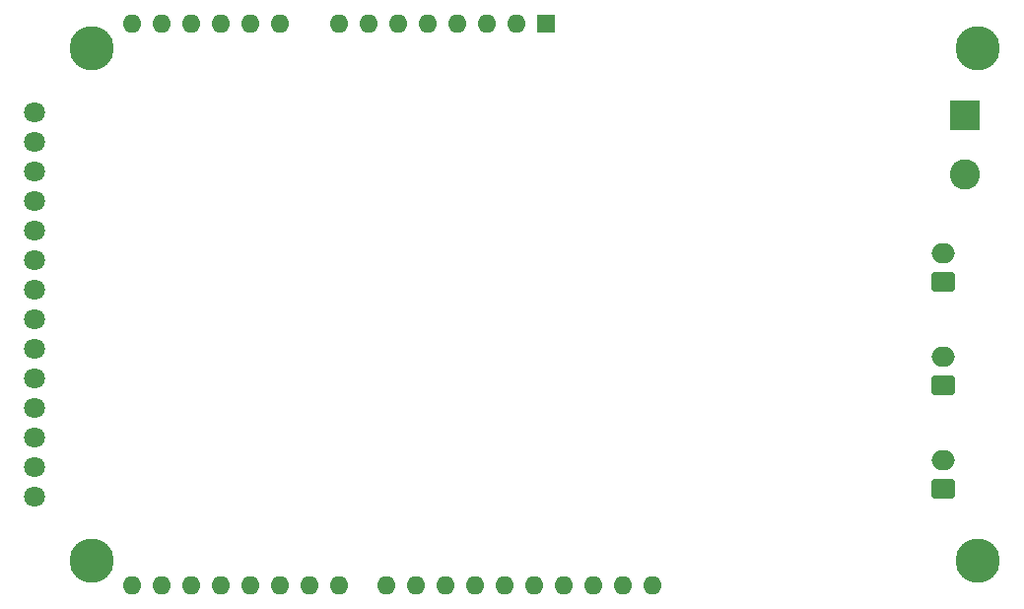
<source format=gbr>
G04 #@! TF.GenerationSoftware,KiCad,Pcbnew,(6.0.7)*
G04 #@! TF.CreationDate,2022-09-24T00:10:23+07:00*
G04 #@! TF.ProjectId,Reflow_Touch_shield_ESP32,5265666c-6f77-45f5-946f-7563685f7368,rev?*
G04 #@! TF.SameCoordinates,Original*
G04 #@! TF.FileFunction,Soldermask,Top*
G04 #@! TF.FilePolarity,Negative*
%FSLAX46Y46*%
G04 Gerber Fmt 4.6, Leading zero omitted, Abs format (unit mm)*
G04 Created by KiCad (PCBNEW (6.0.7)) date 2022-09-24 00:10:23*
%MOMM*%
%LPD*%
G01*
G04 APERTURE LIST*
G04 Aperture macros list*
%AMRoundRect*
0 Rectangle with rounded corners*
0 $1 Rounding radius*
0 $2 $3 $4 $5 $6 $7 $8 $9 X,Y pos of 4 corners*
0 Add a 4 corners polygon primitive as box body*
4,1,4,$2,$3,$4,$5,$6,$7,$8,$9,$2,$3,0*
0 Add four circle primitives for the rounded corners*
1,1,$1+$1,$2,$3*
1,1,$1+$1,$4,$5*
1,1,$1+$1,$6,$7*
1,1,$1+$1,$8,$9*
0 Add four rect primitives between the rounded corners*
20,1,$1+$1,$2,$3,$4,$5,0*
20,1,$1+$1,$4,$5,$6,$7,0*
20,1,$1+$1,$6,$7,$8,$9,0*
20,1,$1+$1,$8,$9,$2,$3,0*%
G04 Aperture macros list end*
%ADD10RoundRect,0.250000X0.750000X-0.600000X0.750000X0.600000X-0.750000X0.600000X-0.750000X-0.600000X0*%
%ADD11O,2.000000X1.700000*%
%ADD12R,1.600000X1.600000*%
%ADD13O,1.600000X1.600000*%
%ADD14R,2.600000X2.600000*%
%ADD15C,2.600000*%
%ADD16C,3.800000*%
%ADD17C,1.800000*%
G04 APERTURE END LIST*
D10*
X161036000Y-88860000D03*
D11*
X161036000Y-86360000D03*
X161036000Y-77470000D03*
D10*
X161036000Y-79970000D03*
D11*
X161036000Y-68580000D03*
D10*
X161036000Y-71080000D03*
D12*
X126873000Y-48870000D03*
D13*
X124333000Y-48870000D03*
X121793000Y-48870000D03*
X119253000Y-48870000D03*
X116713000Y-48870000D03*
X114173000Y-48870000D03*
X111633000Y-48870000D03*
X109093000Y-48870000D03*
X104013000Y-48870000D03*
X101473000Y-48870000D03*
X98933000Y-48870000D03*
X96393000Y-48870000D03*
X93853000Y-48870000D03*
X91313000Y-48870000D03*
X91313000Y-97130000D03*
X93853000Y-97130000D03*
X96393000Y-97130000D03*
X98933000Y-97130000D03*
X101473000Y-97130000D03*
X104013000Y-97130000D03*
X106553000Y-97130000D03*
X109093000Y-97130000D03*
X113153000Y-97130000D03*
X115693000Y-97130000D03*
X118233000Y-97130000D03*
X120773000Y-97130000D03*
X123313000Y-97130000D03*
X125853000Y-97130000D03*
X128393000Y-97130000D03*
X130933000Y-97130000D03*
X133473000Y-97130000D03*
X136013000Y-97130000D03*
D14*
X162865000Y-56743600D03*
D15*
X162865000Y-61823600D03*
D16*
X87920000Y-95000000D03*
X164000000Y-51000000D03*
X87920000Y-51000000D03*
X164000000Y-95000000D03*
D17*
X83000000Y-56490000D03*
X83000000Y-59030000D03*
X83000000Y-61570000D03*
X83000000Y-64110000D03*
X83000000Y-66650000D03*
X83000000Y-69190000D03*
X83000000Y-71730000D03*
X83000000Y-74270000D03*
X83000000Y-76810000D03*
X83000000Y-79350000D03*
X83000000Y-81890000D03*
X83000000Y-84430000D03*
X83000000Y-86970000D03*
X83000000Y-89510000D03*
M02*

</source>
